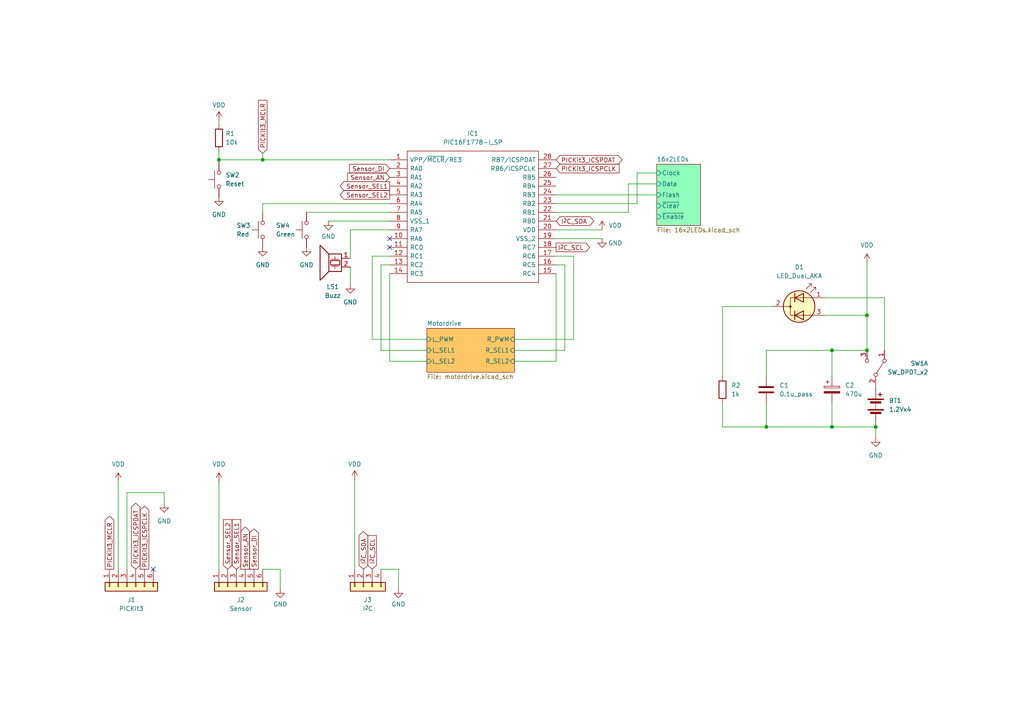
<source format=kicad_sch>
(kicad_sch (version 20230121) (generator eeschema)
  (paper "A4")
  (title_block (title "MicroControllerMainboard") (date "2023-08-15") (rev "Alpha0.0") (company "2023_KCCT_Experiment_Team08") (comment 1 "\"LED_Dual_AKA\": [ Pin1: Red / Pin2: Green ] *同時点灯不可"))
  (lib_symbols
    (symbol "Connector_Generic:Conn_01x04" (pin_names (offset 1.016) hide)
      (property "Reference" "J" (at 0 5.08 0))
      (property "Value" "Conn_01x04" (at 0 -7.62 0))
      (symbol "Conn_01x04_1_1"
        (rectangle (start -1.27 -4.953) (end 0 -5.207) (stroke (width 0.1524)))
        (rectangle (start -1.27 -2.413) (end 0 -2.667) (stroke (width 0.1524)))
        (rectangle (start -1.27 0.127) (end 0 -0.127) (stroke (width 0.1524)))
        (rectangle (start -1.27 2.667) (end 0 2.413) (stroke (width 0.1524)))
        (rectangle (start -1.27 3.81) (end 1.27 -6.35) (stroke (width 0.254)) (fill (type background)))
        (pin passive line (at -5.08 2.54 0) (length 3.81) (name "Pin_1") (number "1"))
        (pin passive line (at -5.08 0 0) (length 3.81) (name "Pin_2") (number "2"))
        (pin passive line (at -5.08 -2.54 0) (length 3.81) (name "Pin_3") (number "3"))
        (pin passive line (at -5.08 -5.08 0) (length 3.81) (name "Pin_4") (number "4"))
      )
    )
    (symbol "Connector_Generic:Conn_01x06" (pin_names (offset 1.016) hide)
      (property "Reference" "J" (at 0 7.62 0))
      (property "Value" "Conn_01x06" (at 0 -10.16 0))
      (symbol "Conn_01x06_1_1"
        (rectangle (start -1.27 -7.493) (end 0 -7.747) (stroke (width 0.1524)))
        (rectangle (start -1.27 -4.953) (end 0 -5.207) (stroke (width 0.1524)))
        (rectangle (start -1.27 -2.413) (end 0 -2.667) (stroke (width 0.1524)))
        (rectangle (start -1.27 0.127) (end 0 -0.127) (stroke (width 0.1524)))
        (rectangle (start -1.27 2.667) (end 0 2.413) (stroke (width 0.1524)))
        (rectangle (start -1.27 5.207) (end 0 4.953) (stroke (width 0.1524)))
        (rectangle (start -1.27 6.35) (end 1.27 -8.89) (stroke (width 0.254)) (fill (type background)))
        (pin passive line (at -5.08 5.08 0) (length 3.81) (name "Pin_1") (number "1"))
        (pin passive line (at -5.08 2.54 0) (length 3.81) (name "Pin_2") (number "2"))
        (pin passive line (at -5.08 0 0) (length 3.81) (name "Pin_3") (number "3"))
        (pin passive line (at -5.08 -2.54 0) (length 3.81) (name "Pin_4") (number "4"))
        (pin passive line (at -5.08 -5.08 0) (length 3.81) (name "Pin_5") (number "5"))
        (pin passive line (at -5.08 -7.62 0) (length 3.81) (name "Pin_6") (number "6"))
      )
    )
    (symbol "Device:Battery" (pin_numbers hide) (pin_names (offset 0) hide)
      (property "Reference" "BT" (at 2.54 2.54 0))
      (property "Value" "Battery" (at 2.54 0 0))
      (symbol "Battery_0_1"
        (rectangle (start -2.286 -1.27) (end 2.286 -1.524) (fill (type outline)))
        (rectangle (start -2.286 1.778) (end 2.286 1.524) (fill (type outline)))
        (rectangle (start -1.524 -2.032) (end 1.524 -2.54) (fill (type outline)))
        (rectangle (start -1.524 1.016) (end 1.524 0.508) (fill (type outline)))
        (polyline (pts (xy 0 -1.016) (xy 0 -0.762)))
        (polyline (pts (xy 0 -0.508) (xy 0 -0.254)))
        (polyline (pts (xy 0 0) (xy 0 0.254)))
        (polyline (pts (xy 0 1.778) (xy 0 2.54)))
        (polyline (pts (xy 0.762 3.048) (xy 1.778 3.048)) (stroke (width 0.254)))
        (polyline (pts (xy 1.27 3.556) (xy 1.27 2.54)) (stroke (width 0.254)))
      )
      (symbol "Battery_1_1"
        (pin passive line (at 0 5.08 270) (length 2.54) (name "+") (number "1"))
        (pin passive line (at 0 -5.08 90) (length 2.54) (name "-") (number "2"))
      )
    )
    (symbol "Device:C" (pin_numbers hide) (pin_names (offset 0.254))
      (property "Reference" "C" (at 0.635 2.54 0))
      (property "Value" "C" (at 0.635 -2.54 0))
      (symbol "C_0_1"
        (polyline (pts (xy -2.032 -0.762) (xy 2.032 -0.762)) (stroke (width 0.508)))
        (polyline (pts (xy -2.032 0.762) (xy 2.032 0.762)) (stroke (width 0.508)))
      )
      (symbol "C_1_1"
        (pin passive line (at 0 3.81 270) (length 2.794) (name "~") (number "1"))
        (pin passive line (at 0 -3.81 90) (length 2.794) (name "~") (number "2"))
      )
    )
    (symbol "Device:C_Polarized" (pin_numbers hide) (pin_names (offset 0.254))
      (property "Reference" "C" (at 0.635 2.54 0))
      (property "Value" "C_Polarized" (at 0.635 -2.54 0))
      (symbol "C_Polarized_0_1"
        (rectangle (start -2.286 0.508) (end 2.286 1.016))
        (polyline (pts (xy -1.778 2.286) (xy -0.762 2.286)))
        (polyline (pts (xy -1.27 2.794) (xy -1.27 1.778)))
        (rectangle (start 2.286 -0.508) (end -2.286 -1.016) (fill (type outline)))
      )
      (symbol "C_Polarized_1_1"
        (pin passive line (at 0 3.81 270) (length 2.794) (name "~") (number "1"))
        (pin passive line (at 0 -3.81 90) (length 2.794) (name "~") (number "2"))
      )
    )
    (symbol "Device:LED_Dual_AKA" (pin_names (offset 0) hide)
      (property "Reference" "D" (at 0 5.715 0))
      (property "Value" "LED_Dual_AKA" (at 0 -6.35 0))
      (symbol "LED_Dual_AKA_0_1"
        (circle (center -2.54 0) (radius 0.2794) (fill (type outline)))
        (polyline (pts (xy -4.572 0) (xy -2.54 0)))
        (polyline (pts (xy -1.27 -1.27) (xy -1.27 -3.81)) (stroke (width 0.254)))
        (polyline (pts (xy -1.27 1.27) (xy -1.27 3.81)) (stroke (width 0.254)))
        (polyline (pts (xy 3.81 -2.54) (xy 1.905 -2.54)))
        (polyline (pts (xy 3.81 2.54) (xy 1.905 2.54)))
        (polyline (pts (xy 1.27 -3.81) (xy 1.27 -1.27) (xy -1.27 -2.54) (xy 1.27 -3.81)) (stroke (width 0.254)))
        (polyline (pts (xy 1.27 1.27) (xy 1.27 3.81) (xy -1.27 2.54) (xy 1.27 1.27)) (stroke (width 0.254)))
        (polyline (pts (xy 2.032 2.54) (xy -2.54 2.54) (xy -2.54 -2.54) (xy 2.032 -2.54)))
        (polyline (pts (xy 2.032 5.08) (xy 3.556 6.604) (xy 2.794 6.604) (xy 3.556 6.604) (xy 3.556 5.842)))
        (polyline (pts (xy 3.302 4.064) (xy 4.826 5.588) (xy 4.064 5.588) (xy 4.826 5.588) (xy 4.826 4.826)))
        (circle (center 0 0) (radius 4.572) (stroke (width 0.254)) (fill (type background)))
      )
      (symbol "LED_Dual_AKA_1_1"
        (pin input line (at 7.62 2.54 180) (length 3.81) (name "A1") (number "1"))
        (pin input line (at -7.62 0 0) (length 3.048) (name "K") (number "2"))
        (pin input line (at 7.62 -2.54 180) (length 3.81) (name "A2") (number "3"))
      )
    )
    (symbol "Device:R" (pin_numbers hide) (pin_names (offset 0))
      (property "Reference" "R" (at 2.032 0 90))
      (property "Value" "R" (at 0 0 90))
      (symbol "R_0_1"
        (rectangle (start -1.016 -2.54) (end 1.016 2.54) (stroke (width 0.254)))
      )
      (symbol "R_1_1"
        (pin passive line (at 0 3.81 270) (length 1.27) (name "~") (number "1"))
        (pin passive line (at 0 -3.81 90) (length 1.27) (name "~") (number "2"))
      )
    )
    (symbol "Device:Speaker_Crystal" (pin_names (offset 0) hide)
      (property "Reference" "LS" (at 0.635 5.715 0))
      (property "Value" "Speaker_Crystal" (at 0.635 3.81 0))
      (symbol "Speaker_Crystal_0_0"
        (rectangle (start -2.54 1.27) (end 1.143 -3.81) (stroke (width 0.254)))
        (rectangle (start -2.032 -0.635) (end 0.635 -1.905) (stroke (width 0.254)))
        (polyline (pts (xy -1.651 -2.286) (xy 0.381 -2.286)))
        (polyline (pts (xy -1.651 -0.254) (xy 0.381 -0.254)))
        (polyline (pts (xy -0.635 -2.286) (xy -0.635 -3.048)))
        (polyline (pts (xy -0.635 -0.254) (xy -0.635 0.508)))
        (polyline (pts (xy 1.143 1.27) (xy 3.683 3.81) (xy 3.683 -6.35) (xy 1.143 -3.81)) (stroke (width 0.254)))
      )
      (symbol "Speaker_Crystal_1_1"
        (pin input line (at -5.08 0 0) (length 2.54) (name "1") (number "1"))
        (pin input line (at -5.08 -2.54 0) (length 2.54) (name "2") (number "2"))
      )
    )
    (symbol "SamacSys:PIC16F1778-I_SP" (pin_names (offset 0.762))
      (property "Reference" "IC" (at 44.45 7.62 0))
      (property "Value" "PIC16F1778-I_SP" (at 44.45 5.08 0))
      (symbol "PIC16F1778-I_SP_0_0"
        (pin passive line (at 0 0 0) (length 5.08) (name "VPP/~{MCLR}/RE3") (number "1"))
        (pin passive line (at 0 -22.86 0) (length 5.08) (name "RA6") (number "10"))
        (pin passive line (at 0 -25.4 0) (length 5.08) (name "RC0") (number "11"))
        (pin passive line (at 0 -27.94 0) (length 5.08) (name "RC1") (number "12"))
        (pin passive line (at 0 -30.48 0) (length 5.08) (name "RC2") (number "13"))
        (pin passive line (at 0 -33.02 0) (length 5.08) (name "RC3") (number "14"))
        (pin passive line (at 48.26 -33.02 180) (length 5.08) (name "RC4") (number "15"))
        (pin passive line (at 48.26 -30.48 180) (length 5.08) (name "RC5") (number "16"))
        (pin passive line (at 48.26 -27.94 180) (length 5.08) (name "RC6") (number "17"))
        (pin passive line (at 48.26 -25.4 180) (length 5.08) (name "RC7") (number "18"))
        (pin passive line (at 48.26 -22.86 180) (length 5.08) (name "VSS_2") (number "19"))
        (pin passive line (at 0 -2.54 0) (length 5.08) (name "RA0") (number "2"))
        (pin passive line (at 48.26 -20.32 180) (length 5.08) (name "VDD") (number "20"))
        (pin passive line (at 48.26 -17.78 180) (length 5.08) (name "RB0") (number "21"))
        (pin passive line (at 48.26 -15.24 180) (length 5.08) (name "RB1") (number "22"))
        (pin passive line (at 48.26 -12.7 180) (length 5.08) (name "RB2") (number "23"))
        (pin passive line (at 48.26 -10.16 180) (length 5.08) (name "RB3") (number "24"))
        (pin passive line (at 48.26 -7.62 180) (length 5.08) (name "RB4") (number "25"))
        (pin passive line (at 48.26 -5.08 180) (length 5.08) (name "RB5") (number "26"))
        (pin passive line (at 48.26 -2.54 180) (length 5.08) (name "RB6/ICSPCLK") (number "27"))
        (pin passive line (at 48.26 0 180) (length 5.08) (name "RB7/ICSPDAT") (number "28"))
        (pin passive line (at 0 -5.08 0) (length 5.08) (name "RA1") (number "3"))
        (pin passive line (at 0 -7.62 0) (length 5.08) (name "RA2") (number "4"))
        (pin passive line (at 0 -10.16 0) (length 5.08) (name "RA3") (number "5"))
        (pin passive line (at 0 -12.7 0) (length 5.08) (name "RA4") (number "6"))
        (pin passive line (at 0 -15.24 0) (length 5.08) (name "RA5") (number "7"))
        (pin passive line (at 0 -17.78 0) (length 5.08) (name "VSS_1") (number "8"))
        (pin passive line (at 0 -20.32 0) (length 5.08) (name "RA7") (number "9"))
      )
      (symbol "PIC16F1778-I_SP_0_1"
        (polyline (pts (xy 5.08 2.54) (xy 43.18 2.54) (xy 43.18 -35.56) (xy 5.08 -35.56) (xy 5.08 2.54)) (stroke (width 0.1524)))
      )
    )
    (symbol "Switch:SW_DPDT_x2" (pin_names (offset 0) hide)
      (property "Reference" "SW" (at 0 4.318 0))
      (property "Value" "SW_DPDT_x2" (at 0 -5.08 0))
      (symbol "SW_DPDT_x2_0_0"
        (circle (center -2.032 0) (radius 0.508))
        (circle (center 2.032 -2.54) (radius 0.508))
      )
      (symbol "SW_DPDT_x2_0_1"
        (polyline (pts (xy -1.524 0.254) (xy 1.651 2.286)))
        (circle (center 2.032 2.54) (radius 0.508))
      )
      (symbol "SW_DPDT_x2_1_1"
        (pin passive line (at 5.08 2.54 180) (length 2.54) (name "A") (number "1"))
        (pin passive line (at -5.08 0 0) (length 2.54) (name "B") (number "2"))
        (pin passive line (at 5.08 -2.54 180) (length 2.54) (name "C") (number "3"))
      )
      (symbol "SW_DPDT_x2_2_1"
        (pin passive line (at 5.08 2.54 180) (length 2.54) (name "A") (number "4"))
        (pin passive line (at -5.08 0 0) (length 2.54) (name "B") (number "5"))
        (pin passive line (at 5.08 -2.54 180) (length 2.54) (name "C") (number "6"))
      )
    )
    (symbol "Switch:SW_Push" (pin_numbers hide) (pin_names (offset 1.016) hide)
      (property "Reference" "SW" (at 1.27 2.54 0))
      (property "Value" "SW_Push" (at 0 -1.524 0))
      (symbol "SW_Push_0_1"
        (circle (center -2.032 0) (radius 0.508))
        (polyline (pts (xy 0 1.27) (xy 0 3.048)))
        (polyline (pts (xy 2.54 1.27) (xy -2.54 1.27)))
        (circle (center 2.032 0) (radius 0.508))
        (pin passive line (at -5.08 0 0) (length 2.54) (name "1") (number "1"))
        (pin passive line (at 5.08 0 180) (length 2.54) (name "2") (number "2"))
      )
    )
    (symbol "power:GND" (power) (pin_names (offset 0))
      (property "Value" "GND" (at 0 -3.81 0))
      (symbol "GND_0_1"
        (polyline (pts (xy 0 0) (xy 0 -1.27) (xy 1.27 -1.27) (xy 0 -2.54) (xy -1.27 -1.27) (xy 0 -1.27)))
      )
      (symbol "GND_1_1"
        (pin power_in line (at 0 0 270) (length 0) hide (name "GND") (number "1"))
      )
    )
    (symbol "power:VDD" (power) (pin_names (offset 0))
      (property "Value" "VDD" (at 0 3.81 0))
      (symbol "VDD_0_1"
        (polyline (pts (xy -0.762 1.27) (xy 0 2.54)))
        (polyline (pts (xy 0 0) (xy 0 2.54)))
        (polyline (pts (xy 0 2.54) (xy 0.762 1.27)))
      )
      (symbol "VDD_1_1"
        (pin power_in line (at 0 0 90) (length 0) hide (name "VDD") (number "1"))
      )
    )
  )
  (junction (at 251.46 101.6))
  (junction (at 241.3 101.6))
  (junction (at 222.25 123.825))
  (junction (at 254 123.825))
  (junction (at 241.3 123.825))
  (junction (at 76.2 46.355))
  (junction (at 251.46 91.44))
  (junction (at 63.5 46.355))
  (no_connect (at 113.03 69.215))
  (no_connect (at 113.03 71.755))
  (no_connect (at 44.45 165.1))
  (wire (pts (xy 222.25 116.84) (xy 222.25 123.825)))
  (wire (pts (xy 110.49 76.835) (xy 110.49 101.6)))
  (wire (pts (xy 241.3 123.825) (xy 254 123.825)))
  (wire (pts (xy 107.95 98.425) (xy 123.825 98.425)))
  (wire (pts (xy 107.95 74.295) (xy 107.95 98.425)))
  (wire (pts (xy 36.83 165.1) (xy 36.83 142.875)))
  (wire (pts (xy 110.49 165.1) (xy 115.57 165.1)))
  (wire (pts (xy 161.29 104.775) (xy 149.225 104.775)))
  (wire (pts (xy 101.6 66.675) (xy 113.03 66.675)))
  (wire (pts (xy 239.395 86.36) (xy 256.54 86.36)))
  (wire (pts (xy 209.55 116.84) (xy 209.55 123.825)))
  (wire (pts (xy 251.46 91.44) (xy 251.46 101.6)))
  (wire (pts (xy 163.83 101.6) (xy 149.225 101.6)))
  (wire (pts (xy 113.03 74.295) (xy 107.95 74.295)))
  (wire (pts (xy 166.37 98.425) (xy 149.225 98.425)))
  (wire (pts (xy 161.29 79.375) (xy 161.29 104.775)))
  (wire (pts (xy 102.87 139.065) (xy 102.87 165.1)))
  (wire (pts (xy 161.29 56.515) (xy 190.5 56.515)))
  (wire (pts (xy 161.29 76.835) (xy 163.83 76.835)))
  (wire (pts (xy 182.245 61.595) (xy 182.245 53.34)))
  (wire (pts (xy 209.55 88.9) (xy 224.155 88.9)))
  (wire (pts (xy 254 123.825) (xy 254 127)))
  (wire (pts (xy 174.625 66.675) (xy 161.29 66.675)))
  (wire (pts (xy 47.625 142.875) (xy 47.625 146.05)))
  (wire (pts (xy 63.5 139.7) (xy 63.5 165.1)))
  (wire (pts (xy 113.03 104.775) (xy 123.825 104.775)))
  (wire (pts (xy 81.28 165.1) (xy 81.28 170.815)))
  (wire (pts (xy 174.625 69.215) (xy 161.29 69.215)))
  (wire (pts (xy 76.2 46.355) (xy 113.03 46.355)))
  (wire (pts (xy 63.5 34.925) (xy 63.5 36.195)))
  (wire (pts (xy 161.29 74.295) (xy 166.37 74.295)))
  (wire (pts (xy 209.55 88.9) (xy 209.55 109.22)))
  (wire (pts (xy 256.54 86.36) (xy 256.54 101.6)))
  (wire (pts (xy 113.03 76.835) (xy 110.49 76.835)))
  (wire (pts (xy 101.6 82.55) (xy 101.6 77.47)))
  (wire (pts (xy 166.37 74.295) (xy 166.37 98.425)))
  (wire (pts (xy 161.29 61.595) (xy 182.245 61.595)))
  (wire (pts (xy 241.3 116.84) (xy 241.3 123.825)))
  (wire (pts (xy 163.83 76.835) (xy 163.83 101.6)))
  (wire (pts (xy 88.9 61.595) (xy 113.03 61.595)))
  (wire (pts (xy 251.46 76.2) (xy 251.46 91.44)))
  (wire (pts (xy 222.25 123.825) (xy 241.3 123.825)))
  (wire (pts (xy 182.245 53.34) (xy 190.5 53.34)))
  (wire (pts (xy 95.25 64.135) (xy 113.03 64.135)))
  (wire (pts (xy 222.25 101.6) (xy 222.25 109.22)))
  (wire (pts (xy 241.3 109.22) (xy 241.3 101.6)))
  (wire (pts (xy 63.5 46.355) (xy 76.2 46.355)))
  (wire (pts (xy 222.25 101.6) (xy 241.3 101.6)))
  (wire (pts (xy 184.785 59.055) (xy 184.785 50.165)))
  (wire (pts (xy 101.6 74.93) (xy 101.6 66.675)))
  (wire (pts (xy 76.2 165.1) (xy 81.28 165.1)))
  (wire (pts (xy 241.3 101.6) (xy 251.46 101.6)))
  (wire (pts (xy 34.29 139.7) (xy 34.29 165.1)))
  (wire (pts (xy 63.5 46.99) (xy 63.5 46.355)))
  (wire (pts (xy 254 111.76) (xy 254 112.395)))
  (wire (pts (xy 161.29 59.055) (xy 184.785 59.055)))
  (wire (pts (xy 63.5 43.815) (xy 63.5 46.355)))
  (wire (pts (xy 209.55 123.825) (xy 222.25 123.825)))
  (wire (pts (xy 254 122.555) (xy 254 123.825)))
  (wire (pts (xy 113.03 79.375) (xy 113.03 104.775)))
  (wire (pts (xy 113.03 59.055) (xy 76.2 59.055)))
  (wire (pts (xy 76.2 44.45) (xy 76.2 46.355)))
  (wire (pts (xy 76.2 59.055) (xy 76.2 61.595)))
  (wire (pts (xy 115.57 165.1) (xy 115.57 170.815)))
  (wire (pts (xy 36.83 142.875) (xy 47.625 142.875)))
  (wire (pts (xy 184.785 50.165) (xy 190.5 50.165)))
  (wire (pts (xy 239.395 91.44) (xy 251.46 91.44)))
  (wire (pts (xy 110.49 101.6) (xy 123.825 101.6)))
  (global_label "I^{2}C_SDA" (shape bidirectional) (at 161.29 64.135 0) (property "Intersheetrefs" "${INTERSHEET_REFS}" (effects hide)))
  (global_label "Sensor_SEL2" (shape output) (at 113.03 56.515 180) (property "Intersheetrefs" "${INTERSHEET_REFS}" (effects hide)))
  (global_label "I^{2}C_SDA" (shape bidirectional) (at 105.41 165.1 90) (property "Intersheetrefs" "${INTERSHEET_REFS}" (effects hide)))
  (global_label "Sensor_DI" (shape input) (at 113.03 48.895 180) (property "Intersheetrefs" "${INTERSHEET_REFS}" (effects hide)))
  (global_label "PICKit3_MCLR" (shape input) (at 76.2 44.45 90) (property "Intersheetrefs" "${INTERSHEET_REFS}" (effects hide)))
  (global_label "PICKit3_ICSPCLK" (shape output) (at 41.91 165.1 90) (property "Intersheetrefs" "${INTERSHEET_REFS}" (effects hide)))
  (global_label "I^{2}C_SCL" (shape input) (at 107.95 165.1 90) (property "Intersheetrefs" "${INTERSHEET_REFS}" (effects hide)))
  (global_label "I^{2}C_SCL" (shape output) (at 161.29 71.755 0) (property "Intersheetrefs" "${INTERSHEET_REFS}" (effects hide)))
  (global_label "PICKit3_ICSPDAT" (shape bidirectional) (at 161.29 46.355 0) (property "Intersheetrefs" "${INTERSHEET_REFS}" (effects hide)))
  (global_label "Sensor_SEL1" (shape output) (at 113.03 53.975 180) (property "Intersheetrefs" "${INTERSHEET_REFS}" (effects hide)))
  (global_label "Sensor_AN" (shape output) (at 71.12 165.1 90) (property "Intersheetrefs" "${INTERSHEET_REFS}" (effects hide)))
  (global_label "Sensor_DI" (shape output) (at 73.66 165.1 90) (property "Intersheetrefs" "${INTERSHEET_REFS}" (effects hide)))
  (global_label "Sensor_AN" (shape input) (at 113.03 51.435 180) (property "Intersheetrefs" "${INTERSHEET_REFS}" (effects hide)))
  (global_label "Sensor_SEL2" (shape input) (at 66.04 165.1 90) (property "Intersheetrefs" "${INTERSHEET_REFS}" (effects hide)))
  (global_label "PICKit3_ICSPCLK" (shape input) (at 161.29 48.895 0) (property "Intersheetrefs" "${INTERSHEET_REFS}" (effects hide)))
  (global_label "PICKit3_ICSPDAT" (shape bidirectional) (at 39.37 165.1 90) (property "Intersheetrefs" "${INTERSHEET_REFS}" (effects hide)))
  (global_label "Sensor_SEL1" (shape input) (at 68.58 165.1 90) (property "Intersheetrefs" "${INTERSHEET_REFS}" (effects hide)))
  (global_label "PICKit3_MCLR" (shape output) (at 31.75 165.1 90) (property "Intersheetrefs" "${INTERSHEET_REFS}" (effects hide)))
  (symbol (lib_id "power:GND") (at 95.25 64.135 0) (unit 1)
    (property "Reference" "#PWR05" (effects hide))
    (property "Value" "GND" (at 95.25 68.58 0))
  )
  (symbol (lib_id "power:VDD") (at 34.29 139.7 0) (unit 1)
    (property "Reference" "#PWR07" (effects hide))
    (property "Value" "VDD" (at 34.29 134.62 0))
  )
  (symbol (lib_id "power:VDD") (at 251.46 76.2 0) (unit 1)
    (property "Reference" "#PWR018" (effects hide))
    (property "Value" "VDD" (at 251.46 71.12 0))
  )
  (symbol (lib_id "Connector_Generic:Conn_01x06") (at 36.83 170.18 90) (mirror x) (unit 1)
    (property "Reference" "J1" (at 38.1 173.99 90))
    (property "Value" "PICKit3" (at 38.1 176.53 90))
    (property "Footprint" "Connector_PinHeader_2.54mm:PinHeader_1x06_P2.54mm_Vertical" (effects hide))
  )
  (symbol (lib_id "power:VDD") (at 102.87 139.065 0) (unit 1)
    (property "Reference" "#PWR09" (effects hide))
    (property "Value" "VDD" (at 102.87 134.62 0))
  )
  (symbol (lib_id "power:GND") (at 174.625 69.215 0) (unit 1)
    (property "Reference" "#PWR014" (effects hide))
    (property "Value" "GND" (at 178.435 70.485 0))
  )
  (symbol (lib_id "Switch:SW_DPDT_x2") (at 254 106.68 270) (mirror x) (unit 1)
    (property "Reference" "SW1" (at 269.24 105.41 90) (effects (justify right)))
    (property "Value" "SW_DPDT_x2" (at 269.24 107.95 90) (effects (justify right)))
    (property "Footprint" "Button_Switch_THT:SW_Slide_1P2T_CK_OS102011MS2Q" (effects hide))
  )
  (symbol (lib_id "Switch:SW_Push") (at 63.5 52.07 90) (unit 1)
    (property "Reference" "SW2" (at 65.405 50.8 90) (effects (justify right)))
    (property "Value" "Reset" (at 65.405 53.34 90) (effects (justify right)))
    (property "Footprint" "Button_Switch_THT:SW_PUSH_6mm_H5mm" (effects hide))
  )
  (symbol (lib_id "Device:Speaker_Crystal") (at 96.52 74.93 0) (mirror y) (unit 1)
    (property "Reference" "LS1" (at 96.52 83.185 0))
    (property "Value" "Buzz" (at 96.52 85.725 0))
    (property "Footprint" "Buzzer_Beeper:Buzzer_TDK_PS1240P02BT_D12.2mm_H6.5mm" (effects hide))
  )
  (symbol (lib_id "Device:R") (at 209.55 113.03 0) (unit 1)
    (property "Reference" "R2" (at 212.09 111.76 0) (effects (justify left)))
    (property "Value" "1k" (at 212.09 114.3 0) (effects (justify left)))
    (property "Footprint" "Resistor_THT:R_Axial_DIN0207_L6.3mm_D2.5mm_P2.54mm_Vertical" (effects hide))
  )
  (symbol (lib_id "Switch:SW_Push") (at 88.9 66.675 90) (unit 1)
    (property "Reference" "SW4" (at 80.01 65.405 90) (effects (justify right)))
    (property "Value" "Green" (at 80.01 67.945 90) (effects (justify right)))
    (property "Footprint" "Button_Switch_THT:SW_PUSH_6mm_H5mm" (effects hide))
  )
  (symbol (lib_id "Device:Battery") (at 254 117.475 0) (unit 1)
    (property "Reference" "BT1" (at 257.81 116.205 0) (effects (justify left)))
    (property "Value" "1.2Vx4" (at 257.81 118.745 0) (effects (justify left)))
    (property "Footprint" "Connector_PinHeader_2.54mm:PinHeader_1x02_P2.54mm_Horizontal" (effects hide))
  )
  (symbol (lib_id "SamacSys:PIC16F1778-I_SP") (at 113.03 46.355 0) (unit 1)
    (property "Reference" "IC1" (at 137.16 38.735 0))
    (property "Value" "PIC16F1778-I_SP" (at 137.16 41.275 0))
    (property "Footprint" "Package_DIP:DIP-28_W7.62mm_Socket_LongPads" (effects hide))
    (property "Datasheet" "http://uk.rs-online.com/web/p/products/9125322P" (effects hide))
    (property "Description" "Microchip PIC16F1778-I/SP, 8bit PIC Microcontroller, 32MHz, 28 kB Flash, 28-Pin SPDIP" (effects hide))
    (property "Height" "5.08" (effects hide))
    (property "RS Part Number" "9125322P" (effects hide))
    (property "RS Price/Stock" "http://uk.rs-online.com/web/p/products/9125322P" (effects hide))
    (property "Manufacturer_Name" "Microchip" (effects hide))
    (property "Manufacturer_Part_Number" "PIC16F1778-I/SP" (effects hide))
  )
  (symbol (lib_id "power:VDD") (at 63.5 34.925 0) (unit 1)
    (property "Reference" "#PWR02" (effects hide))
    (property "Value" "VDD" (at 63.5 30.48 0))
  )
  (symbol (lib_id "Device:R") (at 63.5 40.005 0) (unit 1)
    (property "Reference" "R1" (at 65.405 38.735 0) (effects (justify left)))
    (property "Value" "10k" (at 65.405 41.275 0) (effects (justify left)))
    (property "Footprint" "Resistor_THT:R_Axial_DIN0207_L6.3mm_D2.5mm_P10.16mm_Horizontal" (effects hide))
  )
  (symbol (lib_id "Device:C_Polarized") (at 241.3 113.03 0) (unit 1)
    (property "Reference" "C2" (at 245.11 111.76 0) (effects (justify left)))
    (property "Value" "470u" (at 245.11 114.3 0) (effects (justify left)))
    (property "Footprint" "Capacitor_THT:CP_Radial_D8.0mm_P3.50mm" (effects hide))
  )
  (symbol (lib_id "power:VDD") (at 63.5 139.7 0) (unit 1)
    (property "Reference" "#PWR015" (effects hide))
    (property "Value" "VDD" (at 63.5 134.62 0))
  )
  (symbol (lib_id "power:GND") (at 47.625 146.05 0) (unit 1)
    (property "Reference" "#PWR08" (effects hide))
    (property "Value" "GND" (at 47.625 151.13 0))
  )
  (symbol (lib_id "power:GND") (at 76.2 71.755 0) (unit 1)
    (property "Reference" "#PWR03" (effects hide))
    (property "Value" "GND" (at 76.2 76.835 0))
  )
  (symbol (lib_id "power:GND") (at 101.6 82.55 0) (unit 1)
    (property "Reference" "#PWR06" (effects hide))
    (property "Value" "GND" (at 101.6 87.63 0))
  )
  (symbol (lib_id "power:GND") (at 81.28 170.815 0) (unit 1)
    (property "Reference" "#PWR016" (effects hide))
    (property "Value" "GND" (at 81.28 175.26 0))
  )
  (symbol (lib_id "Connector_Generic:Conn_01x04") (at 105.41 170.18 90) (mirror x) (unit 1)
    (property "Reference" "J3" (at 106.68 173.99 90))
    (property "Value" "I^{2}C" (at 106.68 176.53 90))
    (property "Footprint" "SamacSys:HDRV4W69P0X250_1X4_1000X500X1040P" (effects hide))
  )
  (symbol (lib_id "power:VDD") (at 174.625 66.675 0) (unit 1)
    (property "Reference" "#PWR013" (effects hide))
    (property "Value" "VDD" (at 178.435 65.405 0))
  )
  (symbol (lib_id "Connector_Generic:Conn_01x06") (at 68.58 170.18 90) (mirror x) (unit 1)
    (property "Reference" "J2" (at 69.85 173.99 90))
    (property "Value" "Sensor" (at 69.85 176.53 90))
    (property "Footprint" "SamacSys:SHDR6W69P0X250_1X6_1500X490X1040P" (effects hide))
  )
  (symbol (lib_id "power:GND") (at 88.9 71.755 0) (unit 1)
    (property "Reference" "#PWR04" (effects hide))
    (property "Value" "GND" (at 88.9 76.835 0))
  )
  (symbol (lib_id "power:GND") (at 254 127 0) (unit 1)
    (property "Reference" "#PWR017" (effects hide))
    (property "Value" "GND" (at 254 132.08 0))
  )
  (symbol (lib_id "power:GND") (at 115.57 170.815 0) (unit 1)
    (property "Reference" "#PWR010" (effects hide))
    (property "Value" "GND" (at 115.57 175.26 0))
  )
  (symbol (lib_id "power:GND") (at 63.5 57.15 0) (unit 1)
    (property "Reference" "#PWR01" (effects hide))
    (property "Value" "GND" (at 63.5 62.23 0))
  )
  (symbol (lib_id "Device:C") (at 222.25 113.03 0) (unit 1)
    (property "Reference" "C1" (at 226.06 111.76 0) (effects (justify left)))
    (property "Value" "0.1u_pass" (at 226.06 114.3 0) (effects (justify left)))
    (property "Footprint" "Capacitor_THT:C_Disc_D5.0mm_W2.5mm_P2.50mm" (effects hide))
  )
  (symbol (lib_id "Device:LED_Dual_AKA") (at 231.775 88.9 0) (unit 1)
    (property "Reference" "D1" (at 231.8385 77.47 0))
    (property "Value" "LED_Dual_AKA" (at 231.8385 80.01 0))
    (property "Footprint" "LED_THT:LED_D3.0mm-3" (effects hide))
  )
  (symbol (lib_id "Switch:SW_Push") (at 76.2 66.675 90) (unit 1)
    (property "Reference" "SW3" (at 68.58 65.405 90) (effects (justify right)))
    (property "Value" "Red" (at 68.58 67.945 90) (effects (justify right)))
    (property "Footprint" "Button_Switch_THT:SW_PUSH_6mm_H5mm" (effects hide))
  )
  (sheet (at 123.825 95.25) (size 25.4 12.7) (stroke (width 0.1524)) (fill (color 255 198 102 1.0000))
    (property "Sheetname" "Motordrive" (at 123.825 94.5384 0) (effects (justify left bottom)))
    (property "Sheetfile" "motordrive.kicad_sch" (at 123.825 108.5346 0) (effects (justify left top)))
    (pin "L_SEL2" input (at 123.825 104.775 180))
    (pin "L_SEL1" input (at 123.825 101.6 180))
    (pin "L_PWM" input (at 123.825 98.425 180))
    (pin "R_SEL1" input (at 149.225 101.6 0))
    (pin "R_PWM" input (at 149.225 98.425 0))
    (pin "R_SEL2" input (at 149.225 104.775 0))
  )
  (sheet (at 190.5 47.625) (size 12.7 17.78) (stroke (width 0.1524)) (fill (color 145 255 188 1.0000))
    (property "Sheetname" "16x2LEDs" (at 190.5 46.9134 0) (effects (justify left bottom)))
    (property "Sheetfile" "16x2LEDs.kicad_sch" (at 190.5 65.9896 0) (effects (justify left top)))
    (pin "Flash" input (at 190.5 56.515 180))
    (pin "~{Clear}" input (at 190.5 59.69 180))
    (pin "~{Enable}" input (at 190.5 62.865 180))
    (pin "Clock" input (at 190.5 50.165 180))
    (pin "Data" input (at 190.5 53.34 180))
  )
)
</source>
